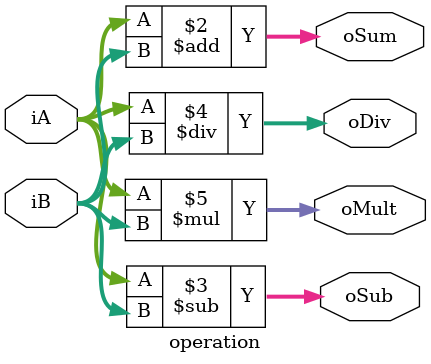
<source format=v>
/******************
	FileName	:	operation.v
	Author	:	daniel
	Description	:	Example of operation for +,-,*,/
	Revision	:	2017/12/20
	Company	:	***********
	code	:	Verilog-2001
************************/
module operation(
input 		[3:0]	iA,iB,
output reg	[4:0] oSum,
output reg	[3:0]	oSub,oDiv,
output reg	[7:0]	oMult);
always @(iA,iB)
begin
	oSum = iA + iB;
	oSub = iA - iB;
	oDiv = iA / iB;
	oMult = iA * iB;
end
endmodule
</source>
